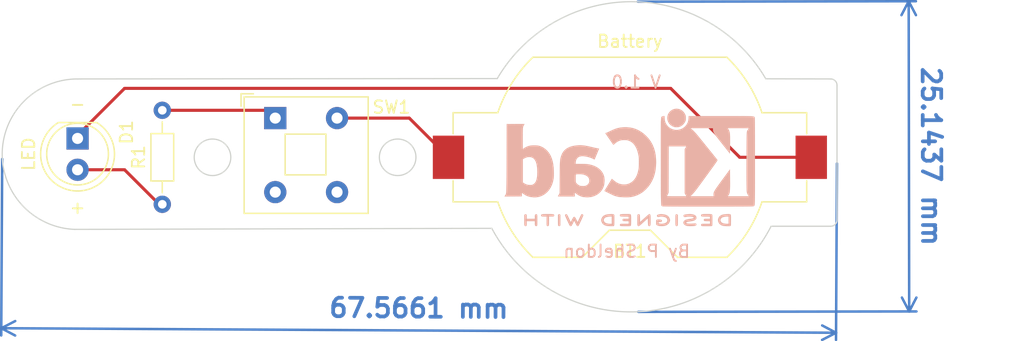
<source format=kicad_pcb>
(kicad_pcb (version 20211014) (generator pcbnew)
  (title_block (title "LED Torch") (date "2022-11-24") (rev "1/1"))
  (layers (0 "F.Cu" signal) (31 "B.Cu" signal) (34 "B.Paste" user) (35 "F.Paste" user) (36 "B.SilkS" user "B.Silkscreen") (37 "F.SilkS" user "F.Silkscreen") (38 "B.Mask" user) (39 "F.Mask" user) (44 "Edge.Cuts" user))
  (net 0 "")
  (net 1 "/Batt_Pos")
  (net 2 "/LED_Cathode")
  (net 3 "/LED_Anode")
  (net 4 "Net-(R1-Pad2)")
  (footprint "Battery:BatteryHolder_Keystone_1058_1x2032" (layer "F.Cu") (at 143.764 130.302)
    (fp_text reference "BT1" (at 0 7.62) (layer "F.SilkS"))
    (fp_text value "Battery" (at 0 -9.398) (layer "F.SilkS"))
    (pad "1" smd rect (at -14.68 0) (size 2.54 3.51) (layers "F.Cu" "F.Paste" "F.Mask") (net 1 "/Batt_Pos"))
    (pad "2" smd rect (at 14.68 0) (size 2.54 3.51) (layers "F.Cu" "F.Paste" "F.Mask") (net 2 "/LED_Cathode"))
  )
  (footprint "LED_THT:LED_D5.0mm" (layer "F.Cu") (at 99.06 128.773 -90)
    (fp_text reference "D1" (at -0.503 -3.96 90) (layer "F.SilkS"))
    (fp_text value "LED" (at 1.27 3.96 90) (layer "F.SilkS"))
    (pad "1" thru_hole rect (at 0 0 270) (size 1.8 1.8) (drill 0.9) (layers *.Cu *.Mask) (net 2 "/LED_Cathode"))
    (pad "2" thru_hole circle (at 2.54 0 270) (size 1.8 1.8) (drill 0.9) (layers *.Cu *.Mask) (net 3 "/LED_Anode"))
  )
  (footprint "Button_Switch_THT:SW_Push_2P1T_Toggle_CK_PVA1xxH1xxxxxxV2" (layer "F.Cu") (at 115.062 127.1255)
    (fp_text reference "SW1" (at 9.398 -0.8875) (layer "F.SilkS"))
    (fp_text value "SW_DPST_x2")
    (pad "1" thru_hole rect (at 0 0) (size 1.8 1.8) (drill 0.9) (layers *.Cu *.Mask) (net 4 "Net-(R1-Pad2)"))
    (pad "2" thru_hole circle (at 5 0) (size 1.8 1.8) (drill 0.9) (layers *.Cu *.Mask) (net 1 "/Batt_Pos"))
    (pad "3" thru_hole circle (at 0 6) (size 1.8 1.8) (drill 0.9) (layers *.Cu *.Mask))
    (pad "4" thru_hole circle (at 5 6) (size 1.8 1.8) (drill 0.9) (layers *.Cu *.Mask))
  )
  (footprint "Resistor_THT:R_Axial_DIN0204_L3.6mm_D1.6mm_P7.62mm_Horizontal" (layer "F.Cu") (at 105.918 134.112 90)
    (fp_text reference "R1" (at 3.81 -1.92 90) (layer "F.SilkS"))
    (fp_text value "R")
    (pad "1" thru_hole circle (at 0 0 90) (size 1.4 1.4) (drill 0.7) (layers *.Cu *.Mask) (net 3 "/LED_Anode"))
    (pad "2" thru_hole oval (at 7.62 0 90) (size 1.4 1.4) (drill 0.7) (layers *.Cu *.Mask) (net 4 "Net-(R1-Pad2)"))
  )
  (footprint "Symbol:KiCad-Logo2_8mm_SilkScreen" (layer "B.Cu") (at 143.764 130.302 180)
    (fp_text reference "REF**" hide)
    (fp_text value "KiCad-Logo2_8mm_SilkScreen" hide)
  )
  (gr_arc (start 133.03 123.92) (mid 143.901597 117.689778) (end 154.761689 123.940035) (layer "Edge.Cuts") (width 0.1))
  (gr_line (start 98.828 136.144) (end 132.588 136.06) (layer "Edge.Cuts") (width 0.1))
  (gr_circle (center 109.982 130.302) (end 110.744 129.032) (layer "Edge.Cuts") (width 0.1) (fill none))
  (gr_arc (start 155.194 135.89) (mid 143.942576 142.833431) (end 132.588 136.06) (layer "Edge.Cuts") (width 0.1))
  (gr_circle (center 124.968 130.302) (end 125.73 129.032) (layer "Edge.Cuts") (width 0.1) (fill none))
  (gr_line (start 133.03 123.92) (end 99.06 123.952) (layer "Edge.Cuts") (width 0.1))
  (gr_arc (start 98.828 136.144) (mid 92.962896 129.934186) (end 99.06 123.952) (layer "Edge.Cuts") (width 0.1))
  (gr_arc (start 160.02 123.952) (mid 160.37921 124.10079) (end 160.528 124.46) (layer "Edge.Cuts") (width 0.1))
  (gr_arc (start 160.528 135.382) (mid 160.37921 135.74121) (end 160.02 135.89) (layer "Edge.Cuts") (width 0.1))
  (gr_line (start 154.761689 123.940035) (end 160.02 123.952) (layer "Edge.Cuts") (width 0.1))
  (gr_line (start 155.194 135.89) (end 160.02 135.89) (layer "Edge.Cuts") (width 0.1))
  (gr_line (start 160.528 124.46) (end 160.528 135.382) (layer "Edge.Cuts") (width 0.1))
  (gr_text "By P Sheldon" (at 143.51 137.922) (layer "B.SilkS") (effects (font (size 1 1)) (justify mirror)))
  (gr_text "V 1.0" (at 144.272 124.206) (layer "B.SilkS") (effects (font (size 1 1)) (justify mirror)))
  (gr_text "-" (at 99.06 125.984) (layer "F.SilkS") (effects (font (size 1 1))))
  (gr_text "+" (at 99.06 134.366) (layer "F.SilkS") (effects (font (size 1 1))))
  (dimension (type aligned) (layer "B.Cu") (pts (xy 143.901597 117.689778) (xy 143.942576 142.833431)) (height -22.427533) (gr_text "25.1437 mm" (at 168.149587 130.222118 270.093378) (layer "B.Cu") (effects (font (size 1.5 1.5) (thickness 0.3)))) (format (units 3) (units_format 1) (precision 4)) (style (thickness 0.2) (arrow_length 1.27) (text_position_mode 0) (extension_height 0.58642) (extension_offset 0.5) keep_text_aligned))
  (dimension (type aligned) (layer "B.Cu") (pts (xy 92.962896 129.934186) (xy 160.528 130.302)) (height 14.222406) (gr_text "67.5661 mm" (at 126.677824 142.540315 359.6880937) (layer "B.Cu") (effects (font (size 1.5 1.5) (thickness 0.3)))) (format (units 3) (units_format 1) (precision 4)) (style (thickness 0.2) (arrow_length 1.27) (text_position_mode 0) (extension_height 0.58642) (extension_offset 0.5) keep_text_aligned))
  (segment (start 129.084 130.302) (end 125.9075 127.1255) (width 0.25) (layer "F.Cu") (net 1))
  (segment (start 125.9075 127.1255) (end 120.062 127.1255) (width 0.25) (layer "F.Cu") (net 1))
  (segment (start 98.806 128.773) (end 102.865 124.714) (width 0.25) (layer "F.Cu") (net 2))
  (segment (start 102.865 124.714) (end 147.066 124.714) (width 0.25) (layer "F.Cu") (net 2))
  (segment (start 152.654 130.302) (end 158.444 130.302) (width 0.25) (layer "F.Cu") (net 2))
  (segment (start 147.066 124.714) (end 152.654 130.302) (width 0.25) (layer "F.Cu") (net 2))
  (segment (start 102.865 131.313) (end 98.806 131.313) (width 0.25) (layer "F.Cu") (net 3))
  (segment (start 105.664 134.112) (end 102.865 131.313) (width 0.25) (layer "F.Cu") (net 3))
  (segment (start 105.918 126.492) (end 114.4285 126.492) (width 0.25) (layer "F.Cu") (net 4))
  (segment (start 114.4285 126.492) (end 115.062 127.1255) (width 0.25) (layer "F.Cu") (net 4))
)
</source>
